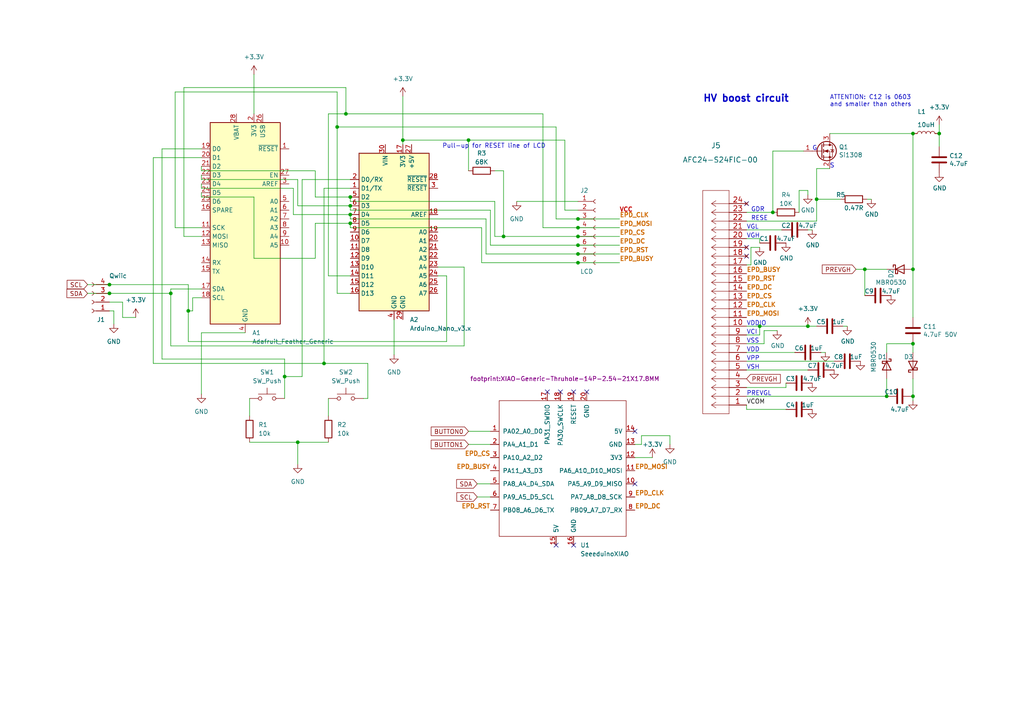
<source format=kicad_sch>
(kicad_sch (version 20250114) (generator "eeschema") (generator_version "9.0")
  (paper "A4")
  (title_block (title "Feather and Nano to LCD HAT + 24 pins SPI Eink") (date "2023-01-30") (rev "1.0") (company "BitBank Software, Inc.") (comment 1 "A convenient board to test SPI LCDs and Eink") (comment 2 "Fork of original idea by FASANI CORP."))
  (lib_symbols
    (symbol "Connector:Conn_01x04_Female" (pin_names (offset 1.016) (hide yes))
      (property "Reference" "J" (at 0 5.08 0))
      (property "Value" "Conn_01x04_Female" (at 0 -7.62 0))
      (symbol "Conn_01x04_Female_1_1"
        (polyline (pts (xy -1.27 2.54) (xy -0.508 2.54)) (stroke (width 0.1524)))
        (polyline (pts (xy -1.27 0) (xy -0.508 0)) (stroke (width 0.1524)))
        (polyline (pts (xy -1.27 -2.54) (xy -0.508 -2.54)) (stroke (width 0.1524)))
        (polyline (pts (xy -1.27 -5.08) (xy -0.508 -5.08)) (stroke (width 0.1524)))
        (arc (start 0 2.032) (mid -0.5058 2.54) (end 0 3.048) (stroke (width 0.1524)))
        (arc (start 0 -0.508) (mid -0.5058 0) (end 0 0.508) (stroke (width 0.1524)))
        (arc (start 0 -3.048) (mid -0.5058 -2.54) (end 0 -2.032) (stroke (width 0.1524)))
        (arc (start 0 -5.588) (mid -0.5058 -5.08) (end 0 -4.572) (stroke (width 0.1524)))
        (pin passive line (at -5.08 2.54 0) (length 3.81) (name "Pin_1") (number "1"))
        (pin passive line (at -5.08 0 0) (length 3.81) (name "Pin_2") (number "2"))
        (pin passive line (at -5.08 -2.54 0) (length 3.81) (name "Pin_3") (number "3"))
        (pin passive line (at -5.08 -5.08 0) (length 3.81) (name "Pin_4") (number "4"))
      )
    )
    (symbol "Connector:Conn_01x08_Female" (pin_names (offset 1.016) (hide yes))
      (property "Reference" "J" (at 0 10.16 0))
      (property "Value" "Conn_01x08_Female" (at 0 -12.7 0))
      (symbol "Conn_01x08_Female_1_1"
        (polyline (pts (xy -1.27 7.62) (xy -0.508 7.62)) (stroke (width 0.1524)))
        (polyline (pts (xy -1.27 5.08) (xy -0.508 5.08)) (stroke (width 0.1524)))
        (polyline (pts (xy -1.27 2.54) (xy -0.508 2.54)) (stroke (width 0.1524)))
        (polyline (pts (xy -1.27 0) (xy -0.508 0)) (stroke (width 0.1524)))
        (polyline (pts (xy -1.27 -2.54) (xy -0.508 -2.54)) (stroke (width 0.1524)))
        (polyline (pts (xy -1.27 -5.08) (xy -0.508 -5.08)) (stroke (width 0.1524)))
        (polyline (pts (xy -1.27 -7.62) (xy -0.508 -7.62)) (stroke (width 0.1524)))
        (polyline (pts (xy -1.27 -10.16) (xy -0.508 -10.16)) (stroke (width 0.1524)))
        (arc (start 0 7.112) (mid -0.5058 7.62) (end 0 8.128) (stroke (width 0.1524)))
        (arc (start 0 4.572) (mid -0.5058 5.08) (end 0 5.588) (stroke (width 0.1524)))
        (arc (start 0 2.032) (mid -0.5058 2.54) (end 0 3.048) (stroke (width 0.1524)))
        (arc (start 0 -0.508) (mid -0.5058 0) (end 0 0.508) (stroke (width 0.1524)))
        (arc (start 0 -3.048) (mid -0.5058 -2.54) (end 0 -2.032) (stroke (width 0.1524)))
        (arc (start 0 -5.588) (mid -0.5058 -5.08) (end 0 -4.572) (stroke (width 0.1524)))
        (arc (start 0 -8.128) (mid -0.5058 -7.62) (end 0 -7.112) (stroke (width 0.1524)))
        (arc (start 0 -10.668) (mid -0.5058 -10.16) (end 0 -9.652) (stroke (width 0.1524)))
        (pin passive line (at -5.08 7.62 0) (length 3.81) (name "Pin_1") (number "1"))
        (pin passive line (at -5.08 5.08 0) (length 3.81) (name "Pin_2") (number "2"))
        (pin passive line (at -5.08 2.54 0) (length 3.81) (name "Pin_3") (number "3"))
        (pin passive line (at -5.08 0 0) (length 3.81) (name "Pin_4") (number "4"))
        (pin passive line (at -5.08 -2.54 0) (length 3.81) (name "Pin_5") (number "5"))
        (pin passive line (at -5.08 -5.08 0) (length 3.81) (name "Pin_6") (number "6"))
        (pin passive line (at -5.08 -7.62 0) (length 3.81) (name "Pin_7") (number "7"))
        (pin passive line (at -5.08 -10.16 0) (length 3.81) (name "Pin_8") (number "8"))
      )
    )
    (symbol "Device:C" (pin_numbers (hide yes)) (pin_names (offset 0.254))
      (property "Reference" "C" (at 0.635 2.54 0))
      (property "Value" "C" (at 0.635 -2.54 0))
      (symbol "C_0_1"
        (polyline (pts (xy -2.032 0.762) (xy 2.032 0.762)) (stroke (width 0.508)))
        (polyline (pts (xy -2.032 -0.762) (xy 2.032 -0.762)) (stroke (width 0.508)))
      )
      (symbol "C_1_1"
        (pin passive line (at 0 3.81 270) (length 2.794) (name "~") (number "1"))
        (pin passive line (at 0 -3.81 90) (length 2.794) (name "~") (number "2"))
      )
    )
    (symbol "Device:L" (pin_numbers (hide yes)) (pin_names (offset 1.016) (hide yes))
      (property "Reference" "L" (at -1.27 0 90))
      (property "Value" "L" (at 1.905 0 90))
      (symbol "L_0_1"
        (arc (start 0 2.54) (mid 0.6323 1.905) (end 0 1.27))
        (arc (start 0 1.27) (mid 0.6323 0.635) (end 0 0))
        (arc (start 0 0) (mid 0.6323 -0.635) (end 0 -1.27))
        (arc (start 0 -1.27) (mid 0.6323 -1.905) (end 0 -2.54))
      )
      (symbol "L_1_1"
        (pin passive line (at 0 3.81 270) (length 1.27) (name "1") (number "1"))
        (pin passive line (at 0 -3.81 90) (length 1.27) (name "2") (number "2"))
      )
    )
    (symbol "Device:R" (pin_numbers (hide yes)) (pin_names (offset 0))
      (property "Reference" "R" (at 2.032 0 90))
      (property "Value" "R" (at 0 0 90))
      (symbol "R_0_1"
        (rectangle (start -1.016 -2.54) (end 1.016 2.54) (stroke (width 0.254)))
      )
      (symbol "R_1_1"
        (pin passive line (at 0 3.81 270) (length 1.27) (name "~") (number "1"))
        (pin passive line (at 0 -3.81 90) (length 1.27) (name "~") (number "2"))
      )
    )
    (symbol "Diode:MBR0530" (pin_numbers (hide yes)) (pin_names (offset 1.016) (hide yes))
      (property "Reference" "D" (at 0 2.54 0))
      (property "Value" "MBR0530" (at 0 -2.54 0))
      (symbol "MBR0530_0_1"
        (polyline (pts (xy -1.905 0.635) (xy -1.905 1.27) (xy -1.27 1.27) (xy -1.27 -1.27) (xy -0.635 -1.27) (xy -0.635 -0.635)) (stroke (width 0.254)))
        (polyline (pts (xy 1.27 1.27) (xy 1.27 -1.27) (xy -1.27 0) (xy 1.27 1.27)) (stroke (width 0.254)))
        (polyline (pts (xy 1.27 0) (xy -1.27 0)))
      )
      (symbol "MBR0530_1_1"
        (pin passive line (at -3.81 0 0) (length 2.54) (name "K") (number "1"))
        (pin passive line (at 3.81 0 180) (length 2.54) (name "A") (number "2"))
      )
    )
    (symbol "Larry_Library:SeeeduinoXIAO" (pin_names (offset 1.016))
      (property "Reference" "U" (at -19.05 22.86 0))
      (property "Value" "SeeeduinoXIAO" (at -12.7 21.59 0))
      (symbol "SeeeduinoXIAO_0_1"
        (rectangle (start -19.05 20.32) (end 17.78 -19.05))
      )
      (symbol "SeeeduinoXIAO_1_1"
        (pin unspecified line (at -21.59 11.43 0) (length 2.54) (name "PA02_A0_D0") (number "1"))
        (pin unspecified line (at -21.59 7.62 0) (length 2.54) (name "PA4_A1_D1") (number "2"))
        (pin unspecified line (at -21.59 3.81 0) (length 2.54) (name "PA10_A2_D2") (number "3"))
        (pin unspecified line (at -21.59 0 0) (length 2.54) (name "PA11_A3_D3") (number "4"))
        (pin unspecified line (at -21.59 -3.81 0) (length 2.54) (name "PA8_A4_D4_SDA") (number "5"))
        (pin unspecified line (at -21.59 -7.62 0) (length 2.54) (name "PA9_A5_D5_SCL") (number "6"))
        (pin unspecified line (at -21.59 -11.43 0) (length 2.54) (name "PB08_A6_D6_TX") (number "7"))
        (pin input line (at -5.08 22.86 270) (length 2.54) (name "PA31_SWDIO") (number "17"))
        (pin input line (at -2.54 -21.59 90) (length 2.54) (name "5V") (number "15"))
        (pin input line (at -1.27 22.86 270) (length 2.54) (name "PA30_SWCLK") (number "18"))
        (pin input line (at 2.54 22.86 270) (length 2.54) (name "RESET") (number "19"))
        (pin input line (at 2.54 -21.59 90) (length 2.54) (name "GND") (number "16"))
        (pin input line (at 6.35 22.86 270) (length 2.54) (name "GND") (number "20"))
        (pin unspecified line (at 20.32 11.43 180) (length 2.54) (name "5V") (number "14"))
        (pin unspecified line (at 20.32 7.62 180) (length 2.54) (name "GND") (number "13"))
        (pin unspecified line (at 20.32 3.81 180) (length 2.54) (name "3V3") (number "12"))
        (pin unspecified line (at 20.32 0 180) (length 2.54) (name "PA6_A10_D10_MOSI") (number "11"))
        (pin unspecified line (at 20.32 -3.81 180) (length 2.54) (name "PA5_A9_D9_MISO") (number "10"))
        (pin unspecified line (at 20.32 -7.62 180) (length 2.54) (name "PA7_A8_D8_SCK") (number "9"))
        (pin unspecified line (at 20.32 -11.43 180) (length 2.54) (name "PB09_A7_D7_RX") (number "8"))
      )
    )
    (symbol "MCU_Module:Adafruit_Feather_Generic"
      (property "Reference" "A" (at -10.16 29.21 0))
      (property "Value" "Adafruit_Feather_Generic" (at 2.54 -31.75 0))
      (symbol "Adafruit_Feather_Generic_0_1"
        (rectangle (start -10.16 27.94) (end 10.16 -30.48) (stroke (width 0.254)) (fill (type background)))
      )
      (symbol "Adafruit_Feather_Generic_1_1"
        (pin bidirectional line (at -12.7 20.32 0) (length 2.54) (name "D0") (number "19"))
        (pin bidirectional line (at -12.7 17.78 0) (length 2.54) (name "D1") (number "20"))
        (pin bidirectional line (at -12.7 15.24 0) (length 2.54) (name "D2") (number "21"))
        (pin bidirectional line (at -12.7 12.7 0) (length 2.54) (name "D3") (number "22"))
        (pin bidirectional line (at -12.7 10.16 0) (length 2.54) (name "D4") (number "23"))
        (pin bidirectional line (at -12.7 7.62 0) (length 2.54) (name "D5") (number "24"))
        (pin bidirectional line (at -12.7 5.08 0) (length 2.54) (name "D6") (number "25"))
        (pin bidirectional line (at -12.7 2.54 0) (length 2.54) (name "SPARE") (number "16"))
        (pin bidirectional line (at -12.7 -2.54 0) (length 2.54) (name "SCK") (number "11"))
        (pin bidirectional line (at -12.7 -5.08 0) (length 2.54) (name "MOSI") (number "12"))
        (pin bidirectional line (at -12.7 -7.62 0) (length 2.54) (name "MISO") (number "13"))
        (pin bidirectional line (at -12.7 -12.7 0) (length 2.54) (name "RX") (number "14"))
        (pin bidirectional line (at -12.7 -15.24 0) (length 2.54) (name "TX") (number "15"))
        (pin bidirectional line (at -12.7 -20.32 0) (length 2.54) (name "SDA") (number "17"))
        (pin bidirectional line (at -12.7 -22.86 0) (length 2.54) (name "SCL") (number "18"))
        (pin power_in line (at -2.54 30.48 270) (length 2.54) (name "VBAT") (number "28"))
        (pin power_in line (at 0 -33.02 90) (length 2.54) (name "GND") (number "4"))
        (pin power_in line (at 2.54 30.48 270) (length 2.54) (name "3V3") (number "2"))
        (pin power_in line (at 5.08 30.48 270) (length 2.54) (name "USB") (number "26"))
        (pin input line (at 12.7 20.32 180) (length 2.54) (name "~{RESET}") (number "1"))
        (pin input line (at 12.7 12.7 180) (length 2.54) (name "EN") (number "27"))
        (pin input line (at 12.7 10.16 180) (length 2.54) (name "AREF") (number "3"))
        (pin bidirectional line (at 12.7 5.08 180) (length 2.54) (name "A0") (number "5"))
        (pin bidirectional line (at 12.7 2.54 180) (length 2.54) (name "A1") (number "6"))
        (pin bidirectional line (at 12.7 0 180) (length 2.54) (name "A2") (number "7"))
        (pin bidirectional line (at 12.7 -2.54 180) (length 2.54) (name "A3") (number "8"))
        (pin bidirectional line (at 12.7 -5.08 180) (length 2.54) (name "A4") (number "9"))
        (pin bidirectional line (at 12.7 -7.62 180) (length 2.54) (name "A5") (number "10"))
      )
    )
    (symbol "MCU_Module:Arduino_Nano_v3.x"
      (property "Reference" "A" (at -10.16 23.495 0))
      (property "Value" "Arduino_Nano_v3.x" (at 5.08 -24.13 0))
      (symbol "Arduino_Nano_v3.x_0_1"
        (rectangle (start -10.16 22.86) (end 10.16 -22.86) (stroke (width 0.254)) (fill (type background)))
      )
      (symbol "Arduino_Nano_v3.x_1_1"
        (pin bidirectional line (at -12.7 15.24 0) (length 2.54) (name "D0/RX") (number "2"))
        (pin bidirectional line (at -12.7 12.7 0) (length 2.54) (name "D1/TX") (number "1"))
        (pin bidirectional line (at -12.7 10.16 0) (length 2.54) (name "D2") (number "5"))
        (pin bidirectional line (at -12.7 7.62 0) (length 2.54) (name "D3") (number "6"))
        (pin bidirectional line (at -12.7 5.08 0) (length 2.54) (name "D4") (number "7"))
        (pin bidirectional line (at -12.7 2.54 0) (length 2.54) (name "D5") (number "8"))
        (pin bidirectional line (at -12.7 0 0) (length 2.54) (name "D6") (number "9"))
        (pin bidirectional line (at -12.7 -2.54 0) (length 2.54) (name "D7") (number "10"))
        (pin bidirectional line (at -12.7 -5.08 0) (length 2.54) (name "D8") (number "11"))
        (pin bidirectional line (at -12.7 -7.62 0) (length 2.54) (name "D9") (number "12"))
        (pin bidirectional line (at -12.7 -10.16 0) (length 2.54) (name "D10") (number "13"))
        (pin bidirectional line (at -12.7 -12.7 0) (length 2.54) (name "D11") (number "14"))
        (pin bidirectional line (at -12.7 -15.24 0) (length 2.54) (name "D12") (number "15"))
        (pin bidirectional line (at -12.7 -17.78 0) (length 2.54) (name "D13") (number "16"))
        (pin power_in line (at -2.54 25.4 270) (length 2.54) (name "VIN") (number "30"))
        (pin power_in line (at 0 -25.4 90) (length 2.54) (name "GND") (number "4"))
        (pin power_out line (at 2.54 25.4 270) (length 2.54) (name "3V3") (number "17"))
        (pin power_in line (at 2.54 -25.4 90) (length 2.54) (name "GND") (number "29"))
        (pin power_out line (at 5.08 25.4 270) (length 2.54) (name "+5V") (number "27"))
        (pin input line (at 12.7 15.24 180) (length 2.54) (name "~{RESET}") (number "28"))
        (pin input line (at 12.7 12.7 180) (length 2.54) (name "~{RESET}") (number "3"))
        (pin input line (at 12.7 5.08 180) (length 2.54) (name "AREF") (number "18"))
        (pin bidirectional line (at 12.7 0 180) (length 2.54) (name "A0") (number "19"))
        (pin bidirectional line (at 12.7 -2.54 180) (length 2.54) (name "A1") (number "20"))
        (pin bidirectional line (at 12.7 -5.08 180) (length 2.54) (name "A2") (number "21"))
        (pin bidirectional line (at 12.7 -7.62 180) (length 2.54) (name "A3") (number "22"))
        (pin bidirectional line (at 12.7 -10.16 180) (length 2.54) (name "A4") (number "23"))
        (pin bidirectional line (at 12.7 -12.7 180) (length 2.54) (name "A5") (number "24"))
        (pin bidirectional line (at 12.7 -15.24 180) (length 2.54) (name "A6") (number "25"))
        (pin bidirectional line (at 12.7 -17.78 180) (length 2.54) (name "A7") (number "26"))
      )
    )
    (symbol "Switch:SW_Push" (pin_numbers (hide yes)) (pin_names (offset 1.016) (hide yes))
      (property "Reference" "SW" (at 1.27 2.54 0))
      (property "Value" "SW_Push" (at 0 -1.524 0))
      (symbol "SW_Push_0_1"
        (circle (center -2.032 0) (radius 0.508))
        (polyline (pts (xy 0 1.27) (xy 0 3.048)))
        (circle (center 2.032 0) (radius 0.508))
        (polyline (pts (xy 2.54 1.27) (xy -2.54 1.27)))
        (pin passive line (at -5.08 0 0) (length 2.54) (name "1") (number "1"))
        (pin passive line (at 5.08 0 180) (length 2.54) (name "2") (number "2"))
      )
    )
    (symbol "Transistor_FET:2N7002" (pin_names (hide yes))
      (property "Reference" "Q" (at 5.08 1.905 0))
      (property "Value" "2N7002" (at 5.08 0 0))
      (symbol "2N7002_0_1"
        (polyline (pts (xy 0.254 1.905) (xy 0.254 -1.905)) (stroke (width 0.254)))
        (polyline (pts (xy 0.254 0) (xy -2.54 0)))
        (polyline (pts (xy 0.762 2.286) (xy 0.762 1.27)) (stroke (width 0.254)))
        (polyline (pts (xy 0.762 0.508) (xy 0.762 -0.508)) (stroke (width 0.254)))
        (polyline (pts (xy 0.762 -1.27) (xy 0.762 -2.286)) (stroke (width 0.254)))
        (polyline (pts (xy 0.762 -1.778) (xy 3.302 -1.778) (xy 3.302 1.778) (xy 0.762 1.778)))
        (polyline (pts (xy 1.016 0) (xy 2.032 0.381) (xy 2.032 -0.381) (xy 1.016 0)) (fill (type outline)))
        (circle (center 1.651 0) (radius 2.794) (stroke (width 0.254)))
        (polyline (pts (xy 2.54 2.54) (xy 2.54 1.778)))
        (circle (center 2.54 1.778) (radius 0.254) (fill (type outline)))
        (circle (center 2.54 -1.778) (radius 0.254) (fill (type outline)))
        (polyline (pts (xy 2.54 -2.54) (xy 2.54 0) (xy 0.762 0)))
        (polyline (pts (xy 2.794 0.508) (xy 2.921 0.381) (xy 3.683 0.381) (xy 3.81 0.254)))
        (polyline (pts (xy 3.302 0.381) (xy 2.921 -0.254) (xy 3.683 -0.254) (xy 3.302 0.381)))
      )
      (symbol "2N7002_1_1"
        (pin input line (at -5.08 0 0) (length 2.54) (name "G") (number "1"))
        (pin passive line (at 2.54 5.08 270) (length 2.54) (name "D") (number "3"))
        (pin passive line (at 2.54 -5.08 90) (length 2.54) (name "S") (number "2"))
      )
    )
    (symbol "footprint:FH12-24S-0.5SV55" (pin_names (offset 0.254) (hide yes))
      (property "Reference" "J" (at 8.89 6.35 0))
      (property "Value" "FH12-24S-0.5SV55" (at 5.08 -77.47 0))
      (symbol "FH12-24S-0.5SV55_1_1"
        (polyline (pts (xy 5.08 2.54) (xy 5.08 -62.23)) (stroke (width 0.127)))
        (polyline (pts (xy 5.08 -62.23) (xy 12.7 -62.23)) (stroke (width 0.127)))
        (polyline (pts (xy 10.16 0) (xy 5.08 0)) (stroke (width 0.127)))
        (polyline (pts (xy 10.16 0) (xy 8.89 0.8382)) (stroke (width 0.127)))
        (polyline (pts (xy 10.16 0) (xy 8.89 -0.8382)) (stroke (width 0.127)))
        (polyline (pts (xy 10.16 -2.54) (xy 5.08 -2.54)) (stroke (width 0.127)))
        (polyline (pts (xy 10.16 -2.54) (xy 8.89 -1.7018)) (stroke (width 0.127)))
        (polyline (pts (xy 10.16 -2.54) (xy 8.89 -3.3782)) (stroke (width 0.127)))
        (polyline (pts (xy 10.16 -5.08) (xy 5.08 -5.08)) (stroke (width 0.127)))
        (polyline (pts (xy 10.16 -5.08) (xy 8.89 -4.2418)) (stroke (width 0.127)))
        (polyline (pts (xy 10.16 -5.08) (xy 8.89 -5.9182)) (stroke (width 0.127)))
        (polyline (pts (xy 10.16 -7.62) (xy 5.08 -7.62)) (stroke (width 0.127)))
        (polyline (pts (xy 10.16 -7.62) (xy 8.89 -6.7818)) (stroke (width 0.127)))
        (polyline (pts (xy 10.16 -7.62) (xy 8.89 -8.4582)) (stroke (width 0.127)))
        (polyline (pts (xy 10.16 -10.16) (xy 5.08 -10.16)) (stroke (width 0.127)))
        (polyline (pts (xy 10.16 -10.16) (xy 8.89 -9.3218)) (stroke (width 0.127)))
        (polyline (pts (xy 10.16 -10.16) (xy 8.89 -10.9982)) (stroke (width 0.127)))
        (polyline (pts (xy 10.16 -12.7) (xy 5.08 -12.7)) (stroke (width 0.127)))
        (polyline (pts (xy 10.16 -12.7) (xy 8.89 -11.8618)) (stroke (width 0.127)))
        (polyline (pts (xy 10.16 -12.7) (xy 8.89 -13.5382)) (stroke (width 0.127)))
        (polyline (pts (xy 10.16 -15.24) (xy 5.08 -15.24)) (stroke (width 0.127)))
        (polyline (pts (xy 10.16 -15.24) (xy 8.89 -14.4018)) (stroke (width 0.127)))
        (polyline (pts (xy 10.16 -15.24) (xy 8.89 -16.0782)) (stroke (width 0.127)))
        (polyline (pts (xy 10.16 -17.78) (xy 5.08 -17.78)) (stroke (width 0.127)))
        (polyline (pts (xy 10.16 -17.78) (xy 8.89 -16.9418)) (stroke (width 0.127)))
        (polyline (pts (xy 10.16 -17.78) (xy 8.89 -18.6182)) (stroke (width 0.127)))
        (polyline (pts (xy 10.16 -20.32) (xy 5.08 -20.32)) (stroke (width 0.127)))
        (polyline (pts (xy 10.16 -20.32) (xy 8.89 -19.4818)) (stroke (width 0.127)))
        (polyline (pts (xy 10.16 -20.32) (xy 8.89 -21.1582)) (stroke (width 0.127)))
        (polyline (pts (xy 10.16 -22.86) (xy 5.08 -22.86)) (stroke (width 0.127)))
        (polyline (pts (xy 10.16 -22.86) (xy 8.89 -22.0218)) (stroke (width 0.127)))
        (polyline (pts (xy 10.16 -22.86) (xy 8.89 -23.6982)) (stroke (width 0.127)))
        (polyline (pts (xy 10.16 -25.4) (xy 5.08 -25.4)) (stroke (width 0.127)))
        (polyline (pts (xy 10.16 -25.4) (xy 8.89 -24.5618)) (stroke (width 0.127)))
        (polyline (pts (xy 10.16 -25.4) (xy 8.89 -26.2382)) (stroke (width 0.127)))
        (polyline (pts (xy 10.16 -27.94) (xy 5.08 -27.94)) (stroke (width 0.127)))
        (polyline (pts (xy 10.16 -27.94) (xy 8.89 -27.1018)) (stroke (width 0.127)))
        (polyline (pts (xy 10.16 -27.94) (xy 8.89 -28.7782)) (stroke (width 0.127)))
        (polyline (pts (xy 10.16 -30.48) (xy 5.08 -30.48)) (stroke (width 0.127)))
        (polyline (pts (xy 10.16 -30.48) (xy 8.89 -29.6418)) (stroke (width 0.127)))
        (polyline (pts (xy 10.16 -30.48) (xy 8.89 -31.3182)) (stroke (width 0.127)))
        (polyline (pts (xy 10.16 -33.02) (xy 5.08 -33.02)) (stroke (width 0.127)))
        (polyline (pts (xy 10.16 -33.02) (xy 8.89 -32.1818)) (stroke (width 0.127)))
        (polyline (pts (xy 10.16 -33.02) (xy 8.89 -33.8582)) (stroke (width 0.127)))
        (polyline (pts (xy 10.16 -35.56) (xy 5.08 -35.56)) (stroke (width 0.127)))
        (polyline (pts (xy 10.16 -35.56) (xy 8.89 -34.7218)) (stroke (width 0.127)))
        (polyline (pts (xy 10.16 -35.56) (xy 8.89 -36.3982)) (stroke (width 0.127)))
        (polyline (pts (xy 10.16 -38.1) (xy 5.08 -38.1)) (stroke (width 0.127)))
        (polyline (pts (xy 10.16 -38.1) (xy 8.89 -37.2618)) (stroke (width 0.127)))
        (polyline (pts (xy 10.16 -38.1) (xy 8.89 -38.9382)) (stroke (width 0.127)))
        (polyline (pts (xy 10.16 -40.64) (xy 5.08 -40.64)) (stroke (width 0.127)))
        (polyline (pts (xy 10.16 -40.64) (xy 8.89 -39.8018)) (stroke (width 0.127)))
        (polyline (pts (xy 10.16 -40.64) (xy 8.89 -41.4782)) (stroke (width 0.127)))
        (polyline (pts (xy 10.16 -43.18) (xy 5.08 -43.18)) (stroke (width 0.127)))
        (polyline (pts (xy 10.16 -43.18) (xy 8.89 -42.3418)) (stroke (width 0.127)))
        (polyline (pts (xy 10.16 -43.18) (xy 8.89 -44.0182)) (stroke (width 0.127)))
        (polyline (pts (xy 10.16 -45.72) (xy 5.08 -45.72)) (stroke (width 0.127)))
        (polyline (pts (xy 10.16 -45.72) (xy 8.89 -44.8818)) (stroke (width 0.127)))
        (polyline (pts (xy 10.16 -45.72) (xy 8.89 -46.5582)) (stroke (width 0.127)))
        (polyline (pts (xy 10.16 -48.26) (xy 5.08 -48.26)) (stroke (width 0.127)))
        (polyline (pts (xy 10.16 -48.26) (xy 8.89 -47.4218)) (stroke (width 0.127)))
        (polyline (pts (xy 10.16 -48.26) (xy 8.89 -49.0982)) (stroke (width 0.127)))
        (polyline (pts (xy 10.16 -50.8) (xy 5.08 -50.8)) (stroke (width 0.127)))
        (polyline (pts (xy 10.16 -50.8) (xy 8.89 -49.9618)) (stroke (width 0.127)))
        (polyline (pts (xy 10.16 -50.8) (xy 8.89 -51.6382)) (stroke (width 0.127)))
        (polyline (pts (xy 10.16 -53.34) (xy 5.08 -53.34)) (stroke (width 0.127)))
        (polyline (pts (xy 10.16 -53.34) (xy 8.89 -52.5018)) (stroke (width 0.127)))
        (polyline (pts (xy 10.16 -53.34) (xy 8.89 -54.1782)) (stroke (width 0.127)))
        (polyline (pts (xy 10.16 -55.88) (xy 5.08 -55.88)) (stroke (width 0.127)))
        (polyline (pts (xy 10.16 -55.88) (xy 8.89 -55.0418)) (stroke (width 0.127)))
        (polyline (pts (xy 10.16 -55.88) (xy 8.89 -56.7182)) (stroke (width 0.127)))
        (polyline (pts (xy 10.16 -58.42) (xy 5.08 -58.42)) (stroke (width 0.127)))
        (polyline (pts (xy 10.16 -58.42) (xy 8.89 -57.5818)) (stroke (width 0.127)))
        (polyline (pts (xy 10.16 -58.42) (xy 8.89 -59.2582)) (stroke (width 0.127)))
        (polyline (pts (xy 12.7 2.54) (xy 5.08 2.54)) (stroke (width 0.127)))
        (polyline (pts (xy 12.7 -62.23) (xy 12.7 2.54)) (stroke (width 0.127)))
        (pin bidirectional line (at 0 0 0) (length 5.08) (name "1") (number "1"))
        (pin bidirectional line (at 0 -2.54 0) (length 5.08) (name "2") (number "2"))
        (pin bidirectional line (at 0 -5.08 0) (length 5.08) (name "3") (number "3"))
        (pin bidirectional line (at 0 -7.62 0) (length 5.08) (name "4") (number "4"))
        (pin bidirectional line (at 0 -10.16 0) (length 5.08) (name "5") (number "5"))
        (pin bidirectional line (at 0 -12.7 0) (length 5.08) (name "6") (number "6"))
        (pin bidirectional line (at 0 -15.24 0) (length 5.08) (name "7") (number "7"))
        (pin bidirectional line (at 0 -17.78 0) (length 5.08) (name "8") (number "8"))
        (pin power_in line (at 0 -20.32 0) (length 5.08) (name "9") (number "9"))
        (pin power_in line (at 0 -22.86 0) (length 5.08) (name "10") (number "10"))
        (pin bidirectional line (at 0 -25.4 0) (length 5.08) (name "11") (number "11"))
        (pin bidirectional line (at 0 -27.94 0) (length 5.08) (name "12") (number "12"))
        (pin bidirectional line (at 0 -30.48 0) (length 5.08) (name "13") (number "13"))
        (pin bidirectional line (at 0 -33.02 0) (length 5.08) (name "14") (number "14"))
        (pin bidirectional line (at 0 -35.56 0) (length 5.08) (name "15") (number "15"))
        (pin bidirectional line (at 0 -38.1 0) (length 5.08) (name "16") (number "16"))
        (pin power_in line (at 0 -40.64 0) (length 5.08) (name "17") (number "17"))
        (pin no_connect line (at 0 -43.18 0) (length 5.08) (name "18") (number "18"))
        (pin no_connect line (at 0 -45.72 0) (length 5.08) (name "19") (number "19"))
        (pin output line (at 0 -48.26 0) (length 5.08) (name "20") (number "20"))
        (pin output line (at 0 -50.8 0) (length 5.08) (name "21") (number "21"))
        (pin output line (at 0 -53.34 0) (length 5.08) (name "22") (number "22"))
        (pin bidirectional line (at 0 -55.88 0) (length 5.08) (name "23") (number "23"))
        (pin no_connect line (at 0 -58.42 0) (length 5.08) (name "24") (number "24"))
      )
    )
    (symbol "power:+3.3V" (power) (pin_names (offset 0))
      (property "Value" "+3.3V" (at 0 3.556 0))
      (symbol "+3.3V_0_1"
        (polyline (pts (xy -0.762 1.27) (xy 0 2.54)))
        (polyline (pts (xy 0 2.54) (xy 0.762 1.27)))
        (polyline (pts (xy 0 0) (xy 0 2.54)))
      )
      (symbol "+3.3V_1_1"
        (pin power_in line (at 0 0 90) (length 0) (hide yes) (name "+3.3V") (number "1"))
      )
    )
    (symbol "power:GND" (power) (pin_names (offset 0))
      (property "Value" "GND" (at 0 -3.81 0))
      (symbol "GND_0_1"
        (polyline (pts (xy 0 0) (xy 0 -1.27) (xy 1.27 -1.27) (xy 0 -2.54) (xy -1.27 -1.27) (xy 0 -1.27)))
      )
      (symbol "GND_1_1"
        (pin power_in line (at 0 0 270) (length 0) (hide yes) (name "GND") (number "1"))
      )
    )
  )
  (text "PREVGL" (at 216.535 114.935 0) (effects (font (size 1.27 1.27)) (justify left bottom)))
  (text "S" (at 240.665 48.895 0) (effects (font (size 1.27 1.27)) (justify left bottom)))
  (text "VGH" (at 216.535 69.215 0) (effects (font (size 1.27 1.27)) (justify left bottom)))
  (text "ATTENTION: C12 is 0603\nand smaller than others" (at 240.665 31.115 0) (effects (font (size 1.27 1.27)) (justify left bottom)))
  (text "VSS" (at 216.535 99.695 0) (effects (font (size 1.27 1.27)) (justify left bottom)))
  (text "VDD" (at 216.535 102.235 0) (effects (font (size 1.27 1.27)) (justify left bottom)))
  (text "RESE" (at 217.805 64.135 0) (effects (font (size 1.27 1.27)) (justify left bottom)))
  (text "VGL" (at 216.535 66.675 0) (effects (font (size 1.27 1.27)) (justify left bottom)))
  (text "G" (at 235.585 43.815 0) (effects (font (size 1.27 1.27)) (justify left bottom)))
  (text "Pull-up for RESET line of LCD" (at 128.27 43.18 0) (effects (font (size 1.27 1.27)) (justify left bottom)))
  (text "GDR" (at 217.805 61.595 0) (effects (font (size 1.27 1.27)) (justify left bottom)))
  (text "VCI" (at 216.535 97.155 0) (effects (font (size 1.27 1.27)) (justify left bottom)))
  (text "VCC" (at 181.61 60.96 0) (effects (font (size 1.27 1.27) (thickness 0.254) (bold yes))))
  (text "HV boost circuit" (at 203.835 29.845 0) (effects (font (size 2 2) (thickness 0.4) (bold yes)) (justify left bottom)))
  (text "VDDIO" (at 216.535 94.615 0) (effects (font (size 1.27 1.27)) (justify left bottom)))
  (text "VPP" (at 216.535 104.775 0) (effects (font (size 1.27 1.27)) (justify left bottom)))
  (text "VSH" (at 216.535 107.315 0) (effects (font (size 1.27 1.27)) (justify left bottom)))
  (junction (at 272.415 38.735))
  (junction (at 86.36 128.27))
  (junction (at 93.98 105.41))
  (junction (at 220.345 94.615))
  (junction (at 82.55 109.22))
  (junction (at 31.75 82.55))
  (junction (at 234.315 94.615))
  (junction (at 97.79 36.83))
  (junction (at 135.89 40.64))
  (junction (at 264.795 114.935))
  (junction (at 101.6 64.77))
  (junction (at 264.795 78.105))
  (junction (at 101.6 62.23))
  (junction (at 101.6 59.69))
  (junction (at 257.175 114.935))
  (junction (at 31.75 85.09))
  (junction (at 54.61 90.17))
  (junction (at 167.64 68.58))
  (junction (at 250.825 78.105))
  (junction (at 264.795 38.735))
  (junction (at 101.6 57.15))
  (junction (at 116.84 40.64))
  (junction (at 264.795 99.695))
  (junction (at 224.155 61.595))
  (junction (at 100.33 33.02))
  (junction (at 167.64 63.5))
  (junction (at 167.64 76.2))
  (junction (at 167.64 66.04))
  (junction (at 146.05 68.58))
  (junction (at 236.855 57.785))
  (junction (at 167.64 71.12))
  (junction (at 167.64 73.66))
  (junction (at 49.53 85.09))
  (no_connect (at 166.37 158.115))
  (no_connect (at 216.535 59.055))
  (no_connect (at 158.75 113.665))
  (no_connect (at 184.15 140.335))
  (no_connect (at 184.15 125.095))
  (no_connect (at 216.535 71.755))
  (no_connect (at 166.37 113.665))
  (no_connect (at 162.56 113.665))
  (no_connect (at 161.29 158.115))
  (no_connect (at 216.535 74.295))
  (no_connect (at 170.18 113.665))
  (wire (pts (xy 161.29 36.83) (xy 161.29 63.5)))
  (wire (pts (xy 101.6 57.15) (xy 101.6 58.42)))
  (wire (pts (xy 54.61 99.06) (xy 54.61 90.17)))
  (wire (pts (xy 101.6 64.77) (xy 101.6 66.04)))
  (wire (pts (xy 72.39 115.57) (xy 72.39 120.65)))
  (wire (pts (xy 49.53 83.82) (xy 49.53 85.09)))
  (wire (pts (xy 82.55 104.14) (xy 46.99 104.14)))
  (wire (pts (xy 44.45 45.72) (xy 44.45 105.41)))
  (wire (pts (xy 221.615 95.885) (xy 225.425 95.885)))
  (wire (pts (xy 238.125 102.235) (xy 239.395 102.235)))
  (wire (pts (xy 86.36 128.27) (xy 95.25 128.27)))
  (wire (pts (xy 163.83 40.64) (xy 163.83 60.96)))
  (wire (pts (xy 140.97 63.5) (xy 140.97 73.66)))
  (wire (pts (xy 46.99 104.14) (xy 46.99 43.18)))
  (wire (pts (xy 216.535 66.675) (xy 226.695 66.675)))
  (wire (pts (xy 139.7 76.2) (xy 167.64 76.2)))
  (wire (pts (xy 49.53 85.09) (xy 49.53 100.33)))
  (wire (pts (xy 216.535 64.135) (xy 236.855 64.135)))
  (wire (pts (xy 216.535 104.775) (xy 241.935 104.775)))
  (wire (pts (xy 146.05 68.58) (xy 167.64 68.58)))
  (wire (pts (xy 93.98 105.41) (xy 106.68 105.41)))
  (wire (pts (xy 101.6 80.01) (xy 95.25 80.01)))
  (wire (pts (xy 53.34 25.4) (xy 100.33 25.4)))
  (wire (pts (xy 216.535 69.215) (xy 220.345 69.215)))
  (wire (pts (xy 216.535 107.315) (xy 234.315 107.315)))
  (wire (pts (xy 248.285 78.105) (xy 250.825 78.105)))
  (wire (pts (xy 106.68 105.41) (xy 106.68 115.57)))
  (wire (pts (xy 87.63 109.22) (xy 82.55 109.22)))
  (wire (pts (xy 31.75 82.55) (xy 54.61 82.55)))
  (wire (pts (xy 216.535 97.155) (xy 220.345 97.155)))
  (wire (pts (xy 116.84 40.64) (xy 135.89 40.64)))
  (wire (pts (xy 250.825 78.105) (xy 257.175 78.105)))
  (wire (pts (xy 167.64 66.04) (xy 179.705 66.04)))
  (wire (pts (xy 101.6 66.04) (xy 139.7 66.04)))
  (wire (pts (xy 140.97 73.66) (xy 167.64 73.66)))
  (wire (pts (xy 138.43 144.145) (xy 142.24 144.145)))
  (wire (pts (xy 116.84 41.91) (xy 116.84 40.64)))
  (wire (pts (xy 139.7 66.04) (xy 139.7 76.2)))
  (wire (pts (xy 135.89 40.64) (xy 135.89 49.53)))
  (wire (pts (xy 167.64 71.12) (xy 179.705 71.12)))
  (wire (pts (xy 116.84 27.94) (xy 116.84 40.64)))
  (wire (pts (xy 53.34 68.58) (xy 53.34 25.4)))
  (wire (pts (xy 58.42 54.61) (xy 85.09 54.61)))
  (wire (pts (xy 58.42 96.52) (xy 58.42 114.3)))
  (wire (pts (xy 73.66 57.15) (xy 73.66 74.93)))
  (wire (pts (xy 58.42 50.8) (xy 58.42 52.07)))
  (wire (pts (xy 31.75 87.63) (xy 35.56 87.63)))
  (wire (pts (xy 25.4 85.09) (xy 31.75 85.09)))
  (wire (pts (xy 135.89 125.095) (xy 142.24 125.095)))
  (wire (pts (xy 138.43 140.335) (xy 142.24 140.335)))
  (wire (pts (xy 157.48 66.04) (xy 167.64 66.04)))
  (wire (pts (xy 85.09 62.23) (xy 101.6 62.23)))
  (wire (pts (xy 163.83 60.96) (xy 167.64 60.96)))
  (wire (pts (xy 50.8 26.67) (xy 97.79 26.67)))
  (wire (pts (xy 216.535 99.695) (xy 221.615 99.695)))
  (wire (pts (xy 272.415 36.195) (xy 272.415 38.735)))
  (wire (pts (xy 142.24 60.96) (xy 142.24 71.12)))
  (wire (pts (xy 257.175 102.235) (xy 257.175 99.695)))
  (wire (pts (xy 224.155 61.595) (xy 224.155 43.815)))
  (wire (pts (xy 216.535 94.615) (xy 220.345 94.615)))
  (wire (pts (xy 221.615 99.695) (xy 221.615 95.885)))
  (wire (pts (xy 73.66 74.93) (xy 91.44 74.93)))
  (wire (pts (xy 101.6 58.42) (xy 143.51 58.42)))
  (wire (pts (xy 167.64 76.2) (xy 179.705 76.2)))
  (wire (pts (xy 100.33 25.4) (xy 100.33 33.02)))
  (wire (pts (xy 58.42 45.72) (xy 44.45 45.72)))
  (wire (pts (xy 58.42 53.34) (xy 58.42 54.61)))
  (wire (pts (xy 186.055 126.365) (xy 194.31 126.365)))
  (wire (pts (xy 95.25 115.57) (xy 95.25 120.65)))
  (wire (pts (xy 101.6 63.5) (xy 140.97 63.5)))
  (wire (pts (xy 129.54 99.06) (xy 54.61 99.06)))
  (wire (pts (xy 157.48 33.02) (xy 157.48 66.04)))
  (wire (pts (xy 100.33 33.02) (xy 157.48 33.02)))
  (wire (pts (xy 105.41 115.57) (xy 106.68 115.57)))
  (wire (pts (xy 224.155 43.815) (xy 233.045 43.815)))
  (wire (pts (xy 216.535 118.745) (xy 227.965 118.745)))
  (wire (pts (xy 234.315 94.615) (xy 236.855 94.615)))
  (wire (pts (xy 58.42 66.04) (xy 50.8 66.04)))
  (wire (pts (xy 161.29 63.5) (xy 167.64 63.5)))
  (wire (pts (xy 250.825 85.725) (xy 250.825 78.105)))
  (wire (pts (xy 216.535 117.475) (xy 216.535 118.745)))
  (wire (pts (xy 55.88 90.17) (xy 55.88 86.36)))
  (wire (pts (xy 58.42 48.26) (xy 58.42 49.53)))
  (wire (pts (xy 35.56 92.075) (xy 39.37 92.075)))
  (wire (pts (xy 58.42 52.07) (xy 86.36 52.07)))
  (wire (pts (xy 85.09 54.61) (xy 85.09 62.23)))
  (wire (pts (xy 217.805 76.835) (xy 217.805 71.755)))
  (wire (pts (xy 54.61 90.17) (xy 55.88 90.17)))
  (wire (pts (xy 216.535 61.595) (xy 224.155 61.595)))
  (wire (pts (xy 217.805 71.755) (xy 220.345 71.755)))
  (wire (pts (xy 216.535 114.935) (xy 257.175 114.935)))
  (wire (pts (xy 264.795 78.105) (xy 264.795 92.075)))
  (wire (pts (xy 97.79 85.09) (xy 97.79 36.83)))
  (wire (pts (xy 82.55 109.22) (xy 82.55 104.14)))
  (wire (pts (xy 44.45 105.41) (xy 93.98 105.41)))
  (wire (pts (xy 54.61 82.55) (xy 54.61 90.17)))
  (wire (pts (xy 236.855 57.785) (xy 236.855 48.895)))
  (wire (pts (xy 127 77.47) (xy 134.62 77.47)))
  (wire (pts (xy 149.86 58.42) (xy 167.64 58.42)))
  (wire (pts (xy 142.24 71.12) (xy 167.64 71.12)))
  (wire (pts (xy 179.705 68.58) (xy 167.64 68.58)))
  (wire (pts (xy 58.42 83.82) (xy 49.53 83.82)))
  (wire (pts (xy 264.795 99.695) (xy 264.795 102.235)))
  (wire (pts (xy 146.05 49.53) (xy 146.05 68.58)))
  (wire (pts (xy 194.31 126.365) (xy 194.31 128.905)))
  (wire (pts (xy 72.39 128.27) (xy 86.36 128.27)))
  (wire (pts (xy 97.79 26.67) (xy 97.79 36.83)))
  (wire (pts (xy 31.75 85.09) (xy 49.53 85.09)))
  (wire (pts (xy 127 80.01) (xy 129.54 80.01)))
  (wire (pts (xy 220.345 94.615) (xy 234.315 94.615)))
  (wire (pts (xy 184.15 128.905) (xy 186.055 128.905)))
  (wire (pts (xy 220.345 69.215) (xy 220.345 70.485)))
  (wire (pts (xy 91.44 49.53) (xy 91.44 57.15)))
  (wire (pts (xy 114.3 92.71) (xy 114.3 102.87)))
  (wire (pts (xy 257.175 109.855) (xy 257.175 114.935)))
  (wire (pts (xy 240.665 38.735) (xy 264.795 38.735)))
  (wire (pts (xy 236.855 57.785) (xy 243.84 57.785)))
  (wire (pts (xy 143.51 58.42) (xy 143.51 68.58)))
  (wire (pts (xy 179.705 73.66) (xy 167.64 73.66)))
  (wire (pts (xy 101.6 54.61) (xy 93.98 54.61)))
  (wire (pts (xy 91.44 57.15) (xy 101.6 57.15)))
  (wire (pts (xy 101.6 85.09) (xy 97.79 85.09)))
  (wire (pts (xy 58.42 55.88) (xy 58.42 57.15)))
  (wire (pts (xy 31.75 90.17) (xy 33.02 90.17)))
  (wire (pts (xy 135.89 128.905) (xy 142.24 128.905)))
  (wire (pts (xy 167.64 63.5) (xy 179.705 63.5)))
  (wire (pts (xy 58.42 57.15) (xy 73.66 57.15)))
  (wire (pts (xy 264.795 38.735) (xy 264.795 78.105)))
  (wire (pts (xy 134.62 77.47) (xy 134.62 100.33)))
  (wire (pts (xy 216.535 112.395) (xy 227.965 112.395)))
  (wire (pts (xy 186.055 128.905) (xy 186.055 126.365)))
  (wire (pts (xy 58.42 68.58) (xy 53.34 68.58)))
  (wire (pts (xy 101.6 62.23) (xy 101.6 63.5)))
  (wire (pts (xy 71.12 96.52) (xy 58.42 96.52)))
  (wire (pts (xy 86.36 52.07) (xy 86.36 59.69)))
  (wire (pts (xy 231.775 61.595) (xy 231.775 55.245)))
  (wire (pts (xy 251.46 57.785) (xy 252.73 57.785)))
  (wire (pts (xy 73.66 21.59) (xy 73.66 33.02)))
  (wire (pts (xy 184.15 132.715) (xy 189.23 132.715)))
  (wire (pts (xy 264.795 109.855) (xy 264.795 114.935)))
  (wire (pts (xy 135.89 40.64) (xy 163.83 40.64)))
  (wire (pts (xy 93.98 54.61) (xy 93.98 105.41)))
  (wire (pts (xy 220.345 97.155) (xy 220.345 94.615)))
  (wire (pts (xy 143.51 49.53) (xy 146.05 49.53)))
  (wire (pts (xy 236.855 48.895) (xy 240.665 48.895)))
  (wire (pts (xy 129.54 80.01) (xy 129.54 99.06)))
  (wire (pts (xy 95.25 33.02) (xy 100.33 33.02)))
  (wire (pts (xy 236.855 64.135) (xy 236.855 57.785)))
  (wire (pts (xy 216.535 102.235) (xy 230.505 102.235)))
  (wire (pts (xy 264.795 116.205) (xy 264.795 114.935)))
  (wire (pts (xy 35.56 87.63) (xy 35.56 92.075)))
  (wire (pts (xy 234.315 55.245) (xy 234.315 56.515)))
  (wire (pts (xy 257.175 99.695) (xy 264.795 99.695)))
  (wire (pts (xy 134.62 100.33) (xy 49.53 100.33)))
  (wire (pts (xy 91.44 64.77) (xy 101.6 64.77)))
  (wire (pts (xy 101.6 59.69) (xy 101.6 60.96)))
  (wire (pts (xy 97.79 36.83) (xy 161.29 36.83)))
  (wire (pts (xy 55.88 86.36) (xy 58.42 86.36)))
  (wire (pts (xy 227.965 112.395) (xy 227.965 111.125)))
  (wire (pts (xy 101.6 52.07) (xy 87.63 52.07)))
  (wire (pts (xy 95.25 80.01) (xy 95.25 33.02)))
  (wire (pts (xy 82.55 115.57) (xy 82.55 109.22)))
  (wire (pts (xy 245.745 94.615) (xy 244.475 94.615)))
  (wire (pts (xy 33.02 90.17) (xy 33.02 93.98)))
  (wire (pts (xy 231.775 55.245) (xy 234.315 55.245)))
  (wire (pts (xy 91.44 74.93) (xy 91.44 64.77)))
  (wire (pts (xy 216.535 76.835) (xy 217.805 76.835)))
  (wire (pts (xy 58.42 49.53) (xy 91.44 49.53)))
  (wire (pts (xy 235.585 66.675) (xy 234.315 66.675)))
  (wire (pts (xy 86.36 128.27) (xy 86.36 134.62)))
  (wire (pts (xy 46.99 43.18) (xy 58.42 43.18)))
  (wire (pts (xy 101.6 60.96) (xy 142.24 60.96)))
  (wire (pts (xy 87.63 52.07) (xy 87.63 109.22)))
  (wire (pts (xy 50.8 66.04) (xy 50.8 26.67)))
  (wire (pts (xy 25.4 82.55) (xy 31.75 82.55)))
  (wire (pts (xy 272.415 38.735) (xy 272.415 42.545)))
  (wire (pts (xy 143.51 68.58) (xy 146.05 68.58)))
  (wire (pts (xy 86.36 59.69) (xy 101.6 59.69)))
  (label "EPD_MOSI" (at 216.535 92.075 0) (effects (font (thickness 0.254) (bold yes))))
  (label "EPD_MOSI" (at 184.15 136.525 0) (effects (font (thickness 0.254) (bold yes))))
  (label "EPD_BUSY" (at 179.705 76.2 0) (effects (font (thickness 0.254) (bold yes))))
  (label "EPD_CLK" (at 184.15 144.145 0) (effects (font (thickness 0.254) (bold yes))))
  (label "VCOM" (at 216.535 117.475 0))
  (label "EPD_MOSI" (at 179.705 66.04 0) (effects (font (thickness 0.254) (bold yes))))
  (label "EPD_DC" (at 216.535 84.455 0) (effects (font (thickness 0.254) (bold yes))))
  (label "EPD_RST" (at 179.705 73.66 0) (effects (font (thickness 0.254) (bold yes))))
  (label "EPD_RST" (at 216.535 81.915 0) (effects (font (thickness 0.254) (bold yes))))
  (label "EPD_CS" (at 216.535 86.995 0) (effects (font (thickness 0.254) (bold yes))))
  (label "EPD_CS" (at 179.705 68.58 0) (effects (font (thickness 0.254) (bold yes))))
  (label "EPD_RST" (at 142.24 147.955 180) (effects (font (thickness 0.254) (bold yes))))
  (label "EPD_BUSY" (at 142.24 136.525 180) (effects (font (thickness 0.254) (bold yes))))
  (label "EPD_DC" (at 179.705 71.12 0) (effects (font (thickness 0.254) (bold yes))))
  (label "EPD_BUSY" (at 216.535 79.375 0) (effects (font (thickness 0.254) (bold yes))))
  (label "EPD_CS" (at 142.24 132.715 180) (effects (font (thickness 0.254) (bold yes))))
  (label "EPD_DC" (at 184.15 147.955 0) (effects (font (thickness 0.254) (bold yes))))
  (label "EPD_CLK" (at 216.535 89.535 0) (effects (font (thickness 0.254) (bold yes))))
  (label "EPD_CLK" (at 179.705 63.5 0) (effects (font (thickness 0.254) (bold yes))))
  (global_label "PREVGH" (shape input) (at 248.285 78.105 180) (property "Intersheetrefs" "${INTERSHEET_REFS}" (effects (hide yes))))
  (global_label "BUTTON1" (shape input) (at 135.89 128.905 180) (property "Intersheetrefs" "${INTERSHEET_REFS}" (effects (hide yes))))
  (global_label "SDA" (shape input) (at 138.43 140.335 180) (property "Intersheetrefs" "${INTERSHEET_REFS}" (effects (hide yes))))
  (global_label "SCL" (shape input) (at 25.4 82.55 180) (property "Intersheetrefs" "${INTERSHEET_REFS}" (effects (hide yes))))
  (global_label "SCL" (shape input) (at 138.43 144.145 180) (property "Intersheetrefs" "${INTERSHEET_REFS}" (effects (hide yes))))
  (global_label "SDA" (shape input) (at 25.4 85.09 180) (property "Intersheetrefs" "${INTERSHEET_REFS}" (effects (hide yes))))
  (global_label "BUTTON0" (shape input) (at 135.89 125.095 180) (property "Intersheetrefs" "${INTERSHEET_REFS}" (effects (hide yes))))
  (global_label "PREVGH" (shape input) (at 216.535 109.855 0) (property "Intersheetrefs" "${INTERSHEET_REFS}" (effects (hide yes))))
  (symbol (lib_id "Device:C") (at 272.415 46.355 180) (unit 1)
    (property "Reference" "C12" (at 275.336 45.1866 0) (effects (justify right)))
    (property "Value" "4.7uF" (at 275.336 47.498 0) (effects (justify right)))
    (property "Footprint" "Capacitor_SMD:C_0603_1608Metric" (effects (hide yes)))
    (property "Datasheet" "https://jlcpcb.com/partdetail/97651-CL10A106MA8NRNC/C96446" (effects (hide yes)))
    (property "LCSC" "C19666" (effects (hide yes)))
  )
  (symbol (lib_id "power:GND") (at 272.415 50.165 0) (unit 1)
    (property "Reference" "#PWR0109" (effects (hide yes)))
    (property "Value" "GND" (at 272.542 54.5592 0))
  )
  (symbol (lib_id "power:GND") (at 149.86 58.42 0) (unit 1)
    (property "Reference" "#PWR0101" (effects (hide yes)))
    (property "Value" "GND" (at 149.86 63.5 0))
  )
  (symbol (lib_id "Switch:SW_Push") (at 100.33 115.57 0) (unit 1)
    (property "Reference" "SW2" (at 100.33 107.95 0))
    (property "Value" "SW_Push" (at 100.33 110.49 0))
    (property "Footprint" "Button_Switch_SMD:SW_Push_1P1T_NO_Vertical_Wuerth_434133025816" (effects (hide yes)))
    (property "LCSC" "C19190908" (effects (hide yes)))
  )
  (symbol (lib_id "power:GND") (at 235.585 118.745 0) (unit 1)
    (property "Reference" "#PWR010" (effects (hide yes)))
    (property "Value" "GND" (effects (hide yes)))
  )
  (symbol (lib_id "Device:C") (at 245.745 104.775 270) (unit 1)
    (property "Reference" "C8" (at 243.205 103.505 90))
    (property "Value" "1uF" (at 248.285 103.505 90))
    (property "Footprint" "Capacitor_SMD:C_0805_2012Metric_Pad1.18x1.45mm_HandSolder" (effects (hide yes)))
    (property "LCSC" "C28323" (effects (hide yes)))
  )
  (symbol (lib_id "Device:R") (at 227.965 61.595 90) (unit 1)
    (property "Reference" "R4" (at 227.965 56.515 90))
    (property "Value" "10K" (at 227.965 59.055 90))
    (property "Footprint" "Resistor_SMD:R_0603_1608Metric" (effects (hide yes)))
    (property "Datasheet" "https://jlcpcb.com/partdetail/26547-0603WAF1002T5E/C25804" (effects (hide yes)))
    (property "LCSC" "C25804" (effects (hide yes)))
  )
  (symbol (lib_id "Transistor_FET:2N7002") (at 238.125 43.815 0) (unit 1)
    (property "Reference" "Q1" (at 243.3066 42.6466 0) (effects (justify left)))
    (property "Value" "Si1308" (at 243.3066 44.958 0) (effects (justify left)))
    (property "Footprint" "Package_TO_SOT_SMD:SOT-323_SC-70" (effects (hide yes)))
    (property "Datasheet" "https://www.onsemi.com/pub/Collateral/NDS7002A-D.PDF" (effects (hide yes)))
    (property "LCSC" "C469327" (effects (hide yes)))
  )
  (symbol (lib_id "Device:C") (at 230.505 66.675 270) (unit 1)
    (property "Reference" "C2" (at 227.965 65.405 90))
    (property "Value" "4.7uF" (at 234.315 65.405 90))
    (property "Footprint" "Capacitor_SMD:C_0805_2012Metric_Pad1.18x1.45mm_HandSolder" (effects (hide yes)))
    (property "LCSC" "C1779" (effects (hide yes)))
  )
  (symbol (lib_id "Device:L") (at 268.605 38.735 90) (unit 1)
    (property "Reference" "L1" (at 267.335 32.385 90))
    (property "Value" "10uH" (at 268.605 36.195 90))
    (property "Footprint" "footprint:SWPA4030S1R0NT" (effects (hide yes)))
    (property "Datasheet" "https://jlcpcb.com/partdetail/Sunlord-SWPA4030S100MT/C38117" (effects (hide yes)))
    (property "LCSC" "C38117" (effects (hide yes)))
  )
  (symbol (lib_id "power:GND") (at 241.935 107.315 0) (unit 1)
    (property "Reference" "#PWR013" (effects (hide yes)))
    (property "Value" "GND" (effects (hide yes)))
  )
  (symbol (lib_id "Device:C") (at 231.775 118.745 270) (unit 1)
    (property "Reference" "C4" (at 229.235 117.475 90))
    (property "Value" "1uF" (at 234.315 117.475 90))
    (property "Footprint" "Capacitor_SMD:C_0805_2012Metric_Pad1.18x1.45mm_HandSolder" (effects (hide yes)))
    (property "LCSC" "C28323" (effects (hide yes)))
  )
  (symbol (lib_id "Connector:Conn_01x08_Female") (at 172.72 66.04 0) (unit 1)
    (property "Reference" "J2" (at 168.275 55.245 0) (effects (justify left)))
    (property "Value" "LCD" (at 168.275 78.74 0) (effects (justify left)))
    (property "Footprint" "Connector_PinSocket_2.54mm:PinSocket_1x08_P2.54mm_Vertical" (effects (hide yes)))
  )
  (symbol (lib_id "power:GND") (at 227.965 70.485 0) (unit 1)
    (property "Reference" "#PWR05" (effects (hide yes)))
    (property "Value" "GND" (at 228.092 74.8792 0))
  )
  (symbol (lib_id "Device:C") (at 254.635 85.725 270) (unit 1)
    (property "Reference" "C9" (at 252.095 84.455 90))
    (property "Value" "4.7uF" (at 258.445 84.455 90))
    (property "Footprint" "Capacitor_SMD:C_0805_2012Metric_Pad1.18x1.45mm_HandSolder" (effects (hide yes)))
    (property "LCSC" "C1779" (effects (hide yes)))
  )
  (symbol (lib_id "power:GND") (at 245.745 94.615 0) (unit 1)
    (property "Reference" "#PWR011" (effects (hide yes)))
    (property "Value" "GND" (at 245.872 99.0092 0))
  )
  (symbol (lib_id "MCU_Module:Arduino_Nano_v3.x") (at 114.3 67.31 0) (unit 1) (in_bom no)
    (property "Reference" "A2" (at 118.8594 92.71 0) (effects (justify left)))
    (property "Value" "Arduino_Nano_v3.x" (at 118.8594 95.25 0) (effects (justify left)))
    (property "Footprint" "Module:Arduino_Nano" (effects (hide yes)))
    (property "Datasheet" "http://www.mouser.com/pdfdocs/Gravitech_Arduino_Nano3_0.pdf" (effects (hide yes)))
  )
  (symbol (lib_id "power:GND") (at 252.73 57.785 0) (unit 1)
    (property "Reference" "#PWR015" (effects (hide yes)))
    (property "Value" "GND" (at 252.857 62.1792 0))
  )
  (symbol (lib_id "power:+3.3V") (at 73.66 21.59 0) (unit 1)
    (property "Reference" "#PWR0106" (effects (hide yes)))
    (property "Value" "+3.3V" (at 73.66 16.51 0))
  )
  (symbol (lib_id "power:+3.3V") (at 116.84 27.94 0) (unit 1)
    (property "Reference" "#PWR0108" (effects (hide yes)))
    (property "Value" "+3.3V" (at 116.84 22.86 0))
  )
  (symbol (lib_id "Switch:SW_Push") (at 77.47 115.57 0) (unit 1)
    (property "Reference" "SW1" (at 77.47 107.95 0))
    (property "Value" "SW_Push" (at 77.47 110.49 0))
    (property "Footprint" "Button_Switch_SMD:SW_Push_1P1T_NO_Vertical_Wuerth_434133025816" (effects (hide yes)))
    (property "LCSC" "C19190908" (effects (hide yes)))
  )
  (symbol (lib_id "Device:C") (at 231.775 111.125 270) (unit 1)
    (property "Reference" "C3" (at 229.235 109.855 90))
    (property "Value" "4.7uF" (at 235.585 109.855 90))
    (property "Footprint" "Capacitor_SMD:C_0805_2012Metric_Pad1.18x1.45mm_HandSolder" (effects (hide yes)))
    (property "LCSC" "C1779" (effects (hide yes)))
  )
  (symbol (lib_id "power:GND") (at 235.585 66.675 0) (unit 1)
    (property "Reference" "#PWR08" (effects (hide yes)))
    (property "Value" "GND" (at 235.712 71.0692 0))
  )
  (symbol (lib_id "Device:R") (at 72.39 124.46 0) (unit 1)
    (property "Reference" "R1" (at 74.93 123.1899 0) (effects (justify left)))
    (property "Value" "10k" (at 74.93 125.7299 0) (effects (justify left)))
    (property "Footprint" "Resistor_SMD:R_0603_1608Metric" (effects (hide yes)))
    (property "LCSC" "C25804" (effects (hide yes)))
  )
  (symbol (lib_id "Device:C") (at 260.985 114.935 270) (unit 1)
    (property "Reference" "C10" (at 258.445 113.665 90))
    (property "Value" "4.7uF" (at 260.985 118.745 90))
    (property "Footprint" "Capacitor_SMD:C_0805_2012Metric_Pad1.18x1.45mm_HandSolder" (effects (hide yes)))
    (property "LCSC" "C1779" (effects (hide yes)))
  )
  (symbol (lib_id "power:GND") (at 220.345 71.755 0) (unit 1)
    (property "Reference" "#PWR03" (effects (hide yes)))
    (property "Value" "GND" (at 220.472 76.1492 0))
  )
  (symbol (lib_id "power:GND") (at 249.555 104.775 0) (unit 1)
    (property "Reference" "#PWR014" (effects (hide yes)))
    (property "Value" "GND" (effects (hide yes)))
  )
  (symbol (lib_id "power:GND") (at 225.425 95.885 0) (unit 1)
    (property "Reference" "#PWR04" (effects (hide yes)))
    (property "Value" "GND" (at 225.552 100.2792 0))
  )
  (symbol (lib_id "power:+3.3V") (at 189.23 132.715 0) (unit 1)
    (property "Reference" "#PWR06" (effects (hide yes)))
    (property "Value" "+3.3V" (at 189.23 128.905 0))
  )
  (symbol (lib_id "footprint:FH12-24S-0.5SV55") (at 216.535 117.475 180) (unit 1)
    (property "Reference" "J5" (at 207.645 42.2074 0) (effects (font (size 1.524 1.524))))
    (property "Value" "AFC24-S24FIC-00" (at 208.915 46.355 0) (effects (font (size 1.524 1.524))))
    (property "Footprint" "footprint:AFC24-S24FIC-00" (effects (hide yes)))
    (property "LCSC" "C262292" (effects (hide yes)))
  )
  (symbol (lib_id "MCU_Module:Adafruit_Feather_Generic") (at 71.12 63.5 0) (unit 1) (in_bom no)
    (property "Reference" "A1" (at 73.1394 96.52 0) (effects (justify left)))
    (property "Value" "Adafruit_Feather_Generic" (at 73.1394 99.06 0) (effects (justify left)))
    (property "Footprint" "Module:Adafruit_Feather" (effects (hide yes)))
    (property "Datasheet" "https://cdn-learn.adafruit.com/downloads/pdf/adafruit-feather.pdf" (effects (hide yes)))
  )
  (symbol (lib_id "Device:C") (at 238.125 107.315 270) (unit 1)
    (property "Reference" "C7" (at 235.585 106.045 90))
    (property "Value" "4.7uF" (at 241.935 106.045 90))
    (property "Footprint" "Capacitor_SMD:C_0805_2012Metric_Pad1.18x1.45mm_HandSolder" (effects (hide yes)))
    (property "LCSC" "C1779" (effects (hide yes)))
  )
  (symbol (lib_id "power:+3.3V") (at 234.315 94.615 0) (unit 1)
    (property "Reference" "#PWR0110" (effects (hide yes)))
    (property "Value" "+3.3V" (at 234.315 89.535 0))
  )
  (symbol (lib_id "Device:R") (at 247.65 57.785 90) (unit 1)
    (property "Reference" "R5" (at 243.84 56.515 90))
    (property "Value" "0.47R" (at 247.65 60.325 90))
    (property "Footprint" "Resistor_SMD:R_0603_1608Metric" (effects (hide yes)))
    (property "LCSC" "C103895" (effects (hide yes)))
  )
  (symbol (lib_id "Device:C") (at 240.665 94.615 270) (unit 1)
    (property "Reference" "C5" (at 238.125 93.345 90))
    (property "Value" "1uF" (at 243.205 93.345 90))
    (property "Footprint" "Capacitor_SMD:C_0805_2012Metric_Pad1.18x1.45mm_HandSolder" (effects (hide yes)))
    (property "LCSC" "C28323" (effects (hide yes)))
  )
  (symbol (lib_id "power:GND") (at 234.315 56.515 0) (unit 1)
    (property "Reference" "#PWR07" (effects (hide yes)))
    (property "Value" "GND" (at 234.315 60.9584 0))
  )
  (symbol (lib_id "Device:R") (at 95.25 124.46 0) (unit 1)
    (property "Reference" "R2" (at 97.79 123.1899 0) (effects (justify left)))
    (property "Value" "10k" (at 97.79 125.7299 0) (effects (justify left)))
    (property "Footprint" "Resistor_SMD:R_0603_1608Metric" (effects (hide yes)))
    (property "LCSC" "C25804" (effects (hide yes)))
  )
  (symbol (lib_id "power:GND") (at 33.02 93.98 0) (unit 1)
    (property "Reference" "#PWR01" (effects (hide yes)))
    (property "Value" "GND" (at 33.02 99.06 0))
  )
  (symbol (lib_id "Device:C") (at 224.155 70.485 270) (unit 1)
    (property "Reference" "C1" (at 221.615 69.215 90))
    (property "Value" "4.7uF" (at 227.965 69.215 90))
    (property "Footprint" "Capacitor_SMD:C_0805_2012Metric_Pad1.18x1.45mm_HandSolder" (effects (hide yes)))
    (property "LCSC" "C1779" (effects (hide yes)))
  )
  (symbol (lib_id "power:GND") (at 258.445 85.725 0) (unit 1)
    (property "Reference" "#PWR016" (effects (hide yes)))
    (property "Value" "GND" (effects (hide yes)))
  )
  (symbol (lib_id "Larry_Library:SeeeduinoXIAO") (at 163.83 136.525 0) (unit 1) (in_bom no)
    (property "Reference" "U1" (at 168.3259 158.115 0) (effects (justify left)))
    (property "Value" "SeeeduinoXIAO" (at 168.3259 160.655 0) (effects (justify left)))
    (property "Footprint" "footprint:XIAO-Generic-Thruhole-14P-2.54-21X17.8MM" (at 163.83 109.855 0))
  )
  (symbol (lib_id "power:GND") (at 239.395 102.235 0) (unit 1)
    (property "Reference" "#PWR012" (effects (hide yes)))
    (property "Value" "GND" (effects (hide yes)))
  )
  (symbol (lib_id "Connector:Conn_01x04_Female") (at 26.67 87.63 180) (unit 1)
    (property "Reference" "J1" (at 30.48 92.71 0) (effects (justify left)))
    (property "Value" "Qwiic" (at 36.83 80.01 0) (effects (justify left)))
    (property "Footprint" "footprint:QWIIC_SM04B-SRSS-TB_LFSN_" (effects (hide yes)))
    (property "LCSC" "C160404" (effects (hide yes)))
  )
  (symbol (lib_id "power:+3.3V") (at 272.415 36.195 0) (unit 1)
    (property "Reference" "#PWR0111" (effects (hide yes)))
    (property "Value" "+3.3V" (at 272.415 31.115 0))
  )
  (symbol (lib_id "Diode:MBR0530") (at 264.795 106.045 90) (unit 1)
    (property "Reference" "D3" (at 263.525 103.505 90))
    (property "Value" "MBR0530" (effects (hide yes)))
    (property "Footprint" "Diode_SMD:D_SOD-123" (effects (hide yes)))
    (property "Datasheet" "http://www.mccsemi.com/up_pdf/MBR0520~MBR0580(SOD123).pdf" (effects (hide yes)))
    (property "LCSC" "C77336" (effects (hide yes)))
  )
  (symbol (lib_id "Diode:MBR0530") (at 257.175 106.045 270) (unit 1)
    (property "Reference" "D1" (at 255.905 103.505 90))
    (property "Value" "MBR0530" (at 253.365 103.505 0))
    (property "Footprint" "Diode_SMD:D_SOD-123" (effects (hide yes)))
    (property "Datasheet" "http://www.mccsemi.com/up_pdf/MBR0520~MBR0580(SOD123).pdf" (effects (hide yes)))
    (property "LCSC" "C77336" (effects (hide yes)))
  )
  (symbol (lib_id "Device:C") (at 264.795 95.885 180) (unit 1)
    (property "Reference" "C11" (at 267.716 94.7166 0) (effects (justify right)))
    (property "Value" "4.7uF 50V" (at 267.716 97.028 0) (effects (justify right)))
    (property "Footprint" "Capacitor_SMD:C_0805_2012Metric_Pad1.18x1.45mm_HandSolder" (effects (hide yes)))
    (property "LCSC" "C1779" (effects (hide yes)))
  )
  (symbol (lib_id "power:GND") (at 86.36 134.62 0) (unit 1)
    (property "Reference" "#PWR0103" (effects (hide yes)))
    (property "Value" "GND" (at 86.36 139.7 0))
  )
  (symbol (lib_id "power:GND") (at 194.31 128.905 0) (unit 1)
    (property "Reference" "#PWR018" (effects (hide yes)))
    (property "Value" "GND" (at 194.31 133.985 0))
  )
  (symbol (lib_id "Device:C") (at 234.315 102.235 270) (unit 1)
    (property "Reference" "C6" (at 231.775 100.965 90))
    (property "Value" "1uF" (at 236.855 100.965 90))
    (property "Footprint" "Capacitor_SMD:C_0805_2012Metric_Pad1.18x1.45mm_HandSolder" (effects (hide yes)))
    (property "LCSC" "C28323" (effects (hide yes)))
  )
  (symbol (lib_id "Diode:MBR0530") (at 260.985 78.105 0) (unit 1)
    (property "Reference" "D2" (at 258.445 79.375 90))
    (property "Value" "MBR0530" (at 258.445 81.915 0))
    (property "Footprint" "Diode_SMD:D_SOD-123" (effects (hide yes)))
    (property "Datasheet" "http://www.mccsemi.com/up_pdf/MBR0520~MBR0580(SOD123).pdf" (effects (hide yes)))
    (property "LCSC" "C77336" (effects (hide yes)))
  )
  (symbol (lib_id "Device:R") (at 139.7 49.53 90) (unit 1)
    (property "Reference" "R3" (at 139.7 44.45 90))
    (property "Value" "68K" (at 139.7 46.99 90))
    (property "Footprint" "Resistor_SMD:R_0603_1608Metric" (effects (hide yes)))
    (property "LCSC" "C245058" (effects (hide yes)))
  )
  (symbol (lib_id "power:+3.3V") (at 39.37 92.075 0) (unit 1)
    (property "Reference" "#PWR02" (effects (hide yes)))
    (property "Value" "+3.3V" (at 39.37 86.995 0))
  )
  (symbol (lib_id "power:GND") (at 114.3 102.87 0) (unit 1)
    (property "Reference" "#PWR0102" (effects (hide yes)))
    (property "Value" "GND" (at 114.3 107.95 0))
  )
  (symbol (lib_id "power:GND") (at 235.585 111.125 0) (unit 1)
    (property "Reference" "#PWR09" (effects (hide yes)))
    (property "Value" "GND" (effects (hide yes)))
  )
  (symbol (lib_id "power:GND") (at 264.795 116.205 0) (unit 1)
    (property "Reference" "#PWR017" (effects (hide yes)))
    (property "Value" "GND" (effects (hide yes)))
  )
  (symbol (lib_id "power:GND") (at 58.42 114.3 0) (unit 1)
    (property "Reference" "#PWR0107" (effects (hide yes)))
    (property "Value" "GND" (at 58.42 119.38 0))
  )
)
</source>
